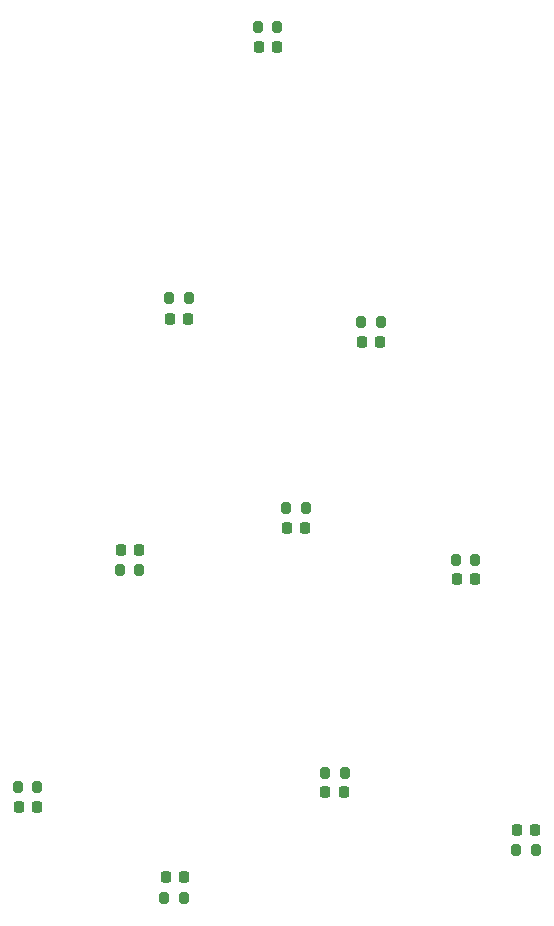
<source format=gbr>
%TF.GenerationSoftware,KiCad,Pcbnew,7.0.9*%
%TF.CreationDate,2023-11-22T22:42:55-07:00*%
%TF.ProjectId,OrnamentSCH,4f726e61-6d65-46e7-9453-43482e6b6963,rev?*%
%TF.SameCoordinates,Original*%
%TF.FileFunction,Paste,Top*%
%TF.FilePolarity,Positive*%
%FSLAX46Y46*%
G04 Gerber Fmt 4.6, Leading zero omitted, Abs format (unit mm)*
G04 Created by KiCad (PCBNEW 7.0.9) date 2023-11-22 22:42:55*
%MOMM*%
%LPD*%
G01*
G04 APERTURE LIST*
G04 Aperture macros list*
%AMRoundRect*
0 Rectangle with rounded corners*
0 $1 Rounding radius*
0 $2 $3 $4 $5 $6 $7 $8 $9 X,Y pos of 4 corners*
0 Add a 4 corners polygon primitive as box body*
4,1,4,$2,$3,$4,$5,$6,$7,$8,$9,$2,$3,0*
0 Add four circle primitives for the rounded corners*
1,1,$1+$1,$2,$3*
1,1,$1+$1,$4,$5*
1,1,$1+$1,$6,$7*
1,1,$1+$1,$8,$9*
0 Add four rect primitives between the rounded corners*
20,1,$1+$1,$2,$3,$4,$5,0*
20,1,$1+$1,$4,$5,$6,$7,0*
20,1,$1+$1,$6,$7,$8,$9,0*
20,1,$1+$1,$8,$9,$2,$3,0*%
G04 Aperture macros list end*
%ADD10RoundRect,0.200000X-0.200000X-0.275000X0.200000X-0.275000X0.200000X0.275000X-0.200000X0.275000X0*%
%ADD11RoundRect,0.218750X-0.218750X-0.256250X0.218750X-0.256250X0.218750X0.256250X-0.218750X0.256250X0*%
G04 APERTURE END LIST*
D10*
%TO.C,R8*%
X161201600Y-106222800D03*
X162851600Y-106222800D03*
%TD*%
D11*
%TO.C,D4*%
X148025200Y-67819900D03*
X149600200Y-67819900D03*
%TD*%
D10*
%TO.C,R7*%
X155486600Y-43129200D03*
X157136600Y-43129200D03*
%TD*%
D11*
%TO.C,D6*%
X147688700Y-115087400D03*
X149263700Y-115087400D03*
%TD*%
%TO.C,D1*%
X135229500Y-109143800D03*
X136804500Y-109143800D03*
%TD*%
D10*
%TO.C,R1*%
X135166600Y-107467400D03*
X136816600Y-107467400D03*
%TD*%
%TO.C,R3*%
X157874200Y-83820000D03*
X159524200Y-83820000D03*
%TD*%
D11*
%TO.C,D7*%
X155549500Y-44780200D03*
X157124500Y-44780200D03*
%TD*%
D10*
%TO.C,R2*%
X143802600Y-89103200D03*
X145452600Y-89103200D03*
%TD*%
D11*
%TO.C,D5*%
X172313500Y-89865200D03*
X173888500Y-89865200D03*
%TD*%
D10*
%TO.C,R6*%
X147575000Y-116865400D03*
X149225000Y-116865400D03*
%TD*%
D11*
%TO.C,D8*%
X161162800Y-107899200D03*
X162737800Y-107899200D03*
%TD*%
D10*
%TO.C,R10*%
X177343800Y-112801400D03*
X178993800Y-112801400D03*
%TD*%
%TO.C,R4*%
X147987700Y-66067300D03*
X149637700Y-66067300D03*
%TD*%
%TO.C,R9*%
X164249600Y-68046600D03*
X165899600Y-68046600D03*
%TD*%
D11*
%TO.C,D9*%
X164261700Y-69723000D03*
X165836700Y-69723000D03*
%TD*%
%TO.C,D10*%
X177406700Y-111048800D03*
X178981700Y-111048800D03*
%TD*%
D10*
%TO.C,R5*%
X172250600Y-88239600D03*
X173900600Y-88239600D03*
%TD*%
D11*
%TO.C,D2*%
X143865500Y-87376000D03*
X145440500Y-87376000D03*
%TD*%
%TO.C,D3*%
X157937100Y-85496400D03*
X159512100Y-85496400D03*
%TD*%
M02*

</source>
